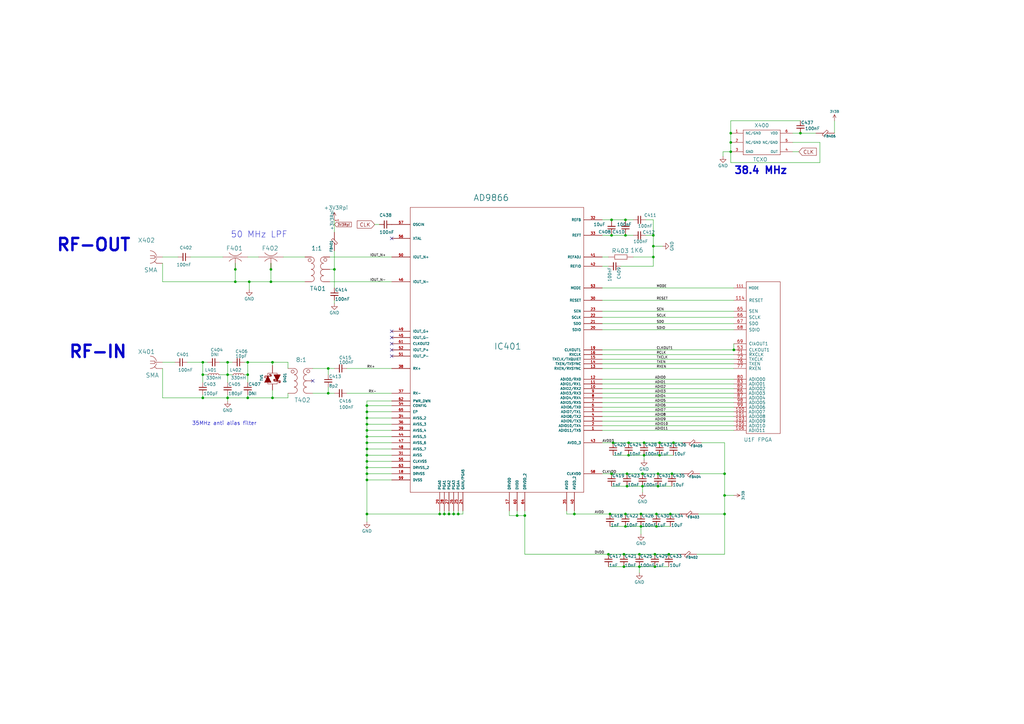
<source format=kicad_sch>
(kicad_sch (version 20231120) (generator "eeschema") (generator_version "8.0")
  (paper "A3")
  (title_block (date "2021-04-21") (rev "beta5") (company "AppMind") (comment 1 "PA3GSB"))
  (junction (at 187.96 210.82))
  (junction (at 150.495 168.91))
  (junction (at 93.345 163.195))
  (junction (at 256.54 210.82))
  (junction (at 102.235 115.57))
  (junction (at 150.495 196.85))
  (junction (at 297.18 203.2))
  (junction (at 180.34 210.82))
  (junction (at 137.16 110.49))
  (junction (at 150.495 184.15))
  (junction (at 150.495 189.23))
  (junction (at 101.6 153.67))
  (junction (at 249.555 227.33))
  (junction (at 184.15 210.82))
  (junction (at 267.97 100.965))
  (junction (at 274.955 210.82))
  (junction (at 83.185 153.67))
  (junction (at 300.99 143.51))
  (junction (at 250.825 90.17))
  (junction (at 299.72 58.42))
  (junction (at 182.245 210.82))
  (junction (at 101.6 148.59))
  (junction (at 268.605 227.33))
  (junction (at 150.495 186.69))
  (junction (at 256.54 96.52))
  (junction (at 150.495 210.82))
  (junction (at 255.905 232.41))
  (junction (at 328.295 54.61))
  (junction (at 83.185 163.195))
  (junction (at 150.495 176.53))
  (junction (at 262.255 227.33))
  (junction (at 134.62 161.29))
  (junction (at 150.495 191.77))
  (junction (at 299.72 62.23))
  (junction (at 257.81 181.61))
  (junction (at 111.125 110.49))
  (junction (at 256.54 215.9))
  (junction (at 250.19 210.82))
  (junction (at 111.76 163.195))
  (junction (at 83.185 148.59))
  (junction (at 275.59 194.31))
  (junction (at 111.76 148.59))
  (junction (at 93.345 148.59))
  (junction (at 111.125 115.57))
  (junction (at 150.495 173.99))
  (junction (at 276.225 181.61))
  (junction (at 264.16 181.61))
  (junction (at 270.51 186.69))
  (junction (at 250.825 194.31))
  (junction (at 250.825 96.52))
  (junction (at 257.175 199.39))
  (junction (at 150.495 181.61))
  (junction (at 150.495 166.37))
  (junction (at 262.89 210.82))
  (junction (at 150.495 171.45))
  (junction (at 269.875 194.31))
  (junction (at 269.24 210.82))
  (junction (at 297.18 194.31))
  (junction (at 134.62 151.13))
  (junction (at 150.495 179.07))
  (junction (at 299.72 54.61))
  (junction (at 256.54 90.17))
  (junction (at 263.525 199.39))
  (junction (at 263.525 194.31))
  (junction (at 267.97 96.52))
  (junction (at 274.32 227.33))
  (junction (at 257.175 194.31))
  (junction (at 212.09 211.455))
  (junction (at 101.6 163.195))
  (junction (at 255.905 227.33))
  (junction (at 257.81 186.69))
  (junction (at 268.605 232.41))
  (junction (at 96.52 115.57))
  (junction (at 150.495 194.31))
  (junction (at 267.97 105.41))
  (junction (at 297.18 210.82))
  (junction (at 269.875 199.39))
  (junction (at 186.055 210.82))
  (junction (at 262.89 215.9))
  (junction (at 215.265 211.455))
  (junction (at 269.24 215.9))
  (junction (at 235.585 210.82))
  (junction (at 270.51 181.61))
  (junction (at 264.16 186.69))
  (junction (at 93.345 153.67))
  (junction (at 96.52 110.49))
  (junction (at 262.255 232.41))
  (junction (at 251.46 181.61))
  (no_connect (at 128.27 156.21))
  (no_connect (at 160.655 143.51))
  (no_connect (at 160.655 140.97))
  (no_connect (at 160.655 135.89))
  (no_connect (at 160.655 138.43))
  (no_connect (at 160.655 146.05))
  (no_connect (at 160.655 97.79))
  (wire (pts (xy 76.835 148.59) (xy 83.185 148.59)))
  (wire (pts (xy 232.41 210.82) (xy 232.41 209.55)))
  (wire (pts (xy 150.495 181.61) (xy 150.495 184.15)))
  (wire (pts (xy 235.585 210.82) (xy 250.19 210.82)))
  (wire (pts (xy 150.495 210.82) (xy 180.34 210.82)))
  (wire (pts (xy 256.54 95.885) (xy 256.54 96.52)))
  (wire (pts (xy 93.345 148.59) (xy 93.345 153.67)))
  (wire (pts (xy 257.81 181.61) (xy 264.16 181.61)))
  (wire (pts (xy 247.015 194.31) (xy 250.825 194.31)))
  (wire (pts (xy 247.015 90.17) (xy 250.825 90.17)))
  (wire (pts (xy 118.11 163.195) (xy 118.11 161.29)))
  (wire (pts (xy 268.605 227.33) (xy 274.32 227.33)))
  (wire (pts (xy 247.015 157.48) (xy 300.99 157.48)))
  (wire (pts (xy 83.185 161.925) (xy 83.185 163.195)))
  (wire (pts (xy 160.655 164.465) (xy 150.495 164.465)))
  (wire (pts (xy 250.825 90.17) (xy 256.54 90.17)))
  (wire (pts (xy 264.795 96.52) (xy 267.97 96.52)))
  (wire (pts (xy 118.11 148.59) (xy 118.11 151.13)))
  (wire (pts (xy 267.97 100.965) (xy 267.97 105.41)))
  (wire (pts (xy 250.825 96.52) (xy 256.54 96.52)))
  (wire (pts (xy 134.62 161.29) (xy 137.16 161.29)))
  (wire (pts (xy 137.16 90.297) (xy 137.16 95.25)))
  (wire (pts (xy 150.495 176.53) (xy 150.495 179.07)))
  (wire (pts (xy 269.875 194.31) (xy 275.59 194.31)))
  (wire (pts (xy 101.6 163.195) (xy 101.6 161.925)))
  (wire (pts (xy 150.495 181.61) (xy 160.655 181.61)))
  (wire (pts (xy 247.015 163.195) (xy 300.99 163.195)))
  (wire (pts (xy 93.345 148.59) (xy 95.25 148.59)))
  (wire (pts (xy 137.16 123.19) (xy 137.16 124.46)))
  (wire (pts (xy 249.555 227.33) (xy 255.905 227.33)))
  (wire (pts (xy 215.265 227.33) (xy 249.555 227.33)))
  (wire (pts (xy 90.17 153.67) (xy 93.345 153.67)))
  (wire (pts (xy 93.345 161.925) (xy 93.345 163.195)))
  (wire (pts (xy 111.76 148.59) (xy 118.11 148.59)))
  (wire (pts (xy 247.015 168.91) (xy 300.99 168.91)))
  (wire (pts (xy 267.97 109.22) (xy 254.635 109.22)))
  (wire (pts (xy 150.495 189.23) (xy 160.655 189.23)))
  (wire (pts (xy 269.24 210.82) (xy 274.955 210.82)))
  (wire (pts (xy 66.675 163.195) (xy 66.675 151.13)))
  (wire (pts (xy 247.015 159.385) (xy 300.99 159.385)))
  (wire (pts (xy 299.72 54.61) (xy 299.72 58.42)))
  (wire (pts (xy 150.495 184.15) (xy 160.655 184.15)))
  (wire (pts (xy 102.235 118.745) (xy 102.235 115.57)))
  (wire (pts (xy 116.205 105.41) (xy 125.095 105.41)))
  (wire (pts (xy 93.345 163.195) (xy 101.6 163.195)))
  (wire (pts (xy 255.905 227.33) (xy 262.255 227.33)))
  (wire (pts (xy 111.76 163.195) (xy 111.76 160.02)))
  (wire (pts (xy 101.6 163.195) (xy 111.76 163.195)))
  (wire (pts (xy 247.015 143.51) (xy 300.99 143.51)))
  (wire (pts (xy 257.81 186.69) (xy 264.16 186.69)))
  (wire (pts (xy 150.495 168.91) (xy 160.655 168.91)))
  (wire (pts (xy 268.605 232.41) (xy 274.32 232.41)))
  (wire (pts (xy 111.76 148.59) (xy 111.76 149.86)))
  (wire (pts (xy 102.235 115.57) (xy 111.125 115.57)))
  (wire (pts (xy 250.19 215.9) (xy 256.54 215.9)))
  (wire (pts (xy 186.055 210.82) (xy 187.96 210.82)))
  (wire (pts (xy 247.015 123.19) (xy 300.99 123.19)))
  (wire (pts (xy 150.495 166.37) (xy 150.495 168.91)))
  (wire (pts (xy 135.255 105.41) (xy 160.655 105.41)))
  (wire (pts (xy 297.18 194.31) (xy 297.18 203.2)))
  (wire (pts (xy 150.495 173.99) (xy 150.495 176.53)))
  (wire (pts (xy 150.495 171.45) (xy 150.495 173.99)))
  (wire (pts (xy 264.16 188.595) (xy 264.16 186.69)))
  (wire (pts (xy 212.09 211.455) (xy 215.265 211.455)))
  (wire (pts (xy 232.41 210.82) (xy 235.585 210.82)))
  (wire (pts (xy 150.495 196.85) (xy 150.495 210.82)))
  (wire (pts (xy 247.015 181.61) (xy 251.46 181.61)))
  (wire (pts (xy 83.185 148.59) (xy 83.185 153.67)))
  (wire (pts (xy 255.905 232.41) (xy 262.255 232.41)))
  (wire (pts (xy 250.825 90.805) (xy 250.825 90.17)))
  (wire (pts (xy 247.015 161.29) (xy 300.99 161.29)))
  (wire (pts (xy 142.24 161.29) (xy 160.655 161.29)))
  (wire (pts (xy 270.51 186.69) (xy 276.225 186.69)))
  (wire (pts (xy 150.495 186.69) (xy 150.495 189.23)))
  (wire (pts (xy 247.015 155.575) (xy 300.99 155.575)))
  (wire (pts (xy 259.715 105.41) (xy 267.97 105.41)))
  (wire (pts (xy 247.015 132.715) (xy 300.99 132.715)))
  (wire (pts (xy 212.09 209.55) (xy 212.09 211.455)))
  (wire (pts (xy 111.125 115.57) (xy 125.095 115.57)))
  (wire (pts (xy 264.16 181.61) (xy 270.51 181.61)))
  (wire (pts (xy 299.72 49.53) (xy 328.295 49.53)))
  (wire (pts (xy 299.72 62.23) (xy 299.72 66.675)))
  (wire (pts (xy 247.015 147.32) (xy 300.99 147.32)))
  (wire (pts (xy 251.46 181.61) (xy 257.81 181.61)))
  (wire (pts (xy 150.495 179.07) (xy 150.495 181.61)))
  (wire (pts (xy 247.015 109.22) (xy 249.555 109.22)))
  (wire (pts (xy 256.54 90.17) (xy 259.715 90.17)))
  (wire (pts (xy 264.16 186.69) (xy 270.51 186.69)))
  (wire (pts (xy 189.865 210.82) (xy 189.865 209.55)))
  (wire (pts (xy 90.17 148.59) (xy 93.345 148.59)))
  (wire (pts (xy 66.675 148.59) (xy 71.755 148.59)))
  (wire (pts (xy 83.185 148.59) (xy 85.09 148.59)))
  (wire (pts (xy 187.96 209.55) (xy 187.96 210.82)))
  (wire (pts (xy 187.96 210.82) (xy 189.865 210.82)))
  (wire (pts (xy 342.265 54.61) (xy 342.265 49.53)))
  (wire (pts (xy 96.52 107.95) (xy 96.52 110.49)))
  (wire (pts (xy 235.585 210.82) (xy 235.585 209.55)))
  (wire (pts (xy 250.825 199.39) (xy 257.175 199.39)))
  (wire (pts (xy 297.18 203.2) (xy 300.99 203.2)))
  (wire (pts (xy 299.72 66.675) (xy 336.296 66.675)))
  (wire (pts (xy 263.525 199.39) (xy 269.875 199.39)))
  (wire (pts (xy 208.915 211.455) (xy 212.09 211.455)))
  (wire (pts (xy 250.19 210.82) (xy 256.54 210.82)))
  (wire (pts (xy 150.495 179.07) (xy 160.655 179.07)))
  (wire (pts (xy 247.015 145.415) (xy 300.99 145.415)))
  (wire (pts (xy 247.015 167.005) (xy 300.99 167.005)))
  (wire (pts (xy 262.255 232.41) (xy 268.605 232.41)))
  (wire (pts (xy 135.255 110.49) (xy 137.16 110.49)))
  (wire (pts (xy 93.345 153.67) (xy 95.25 153.67)))
  (wire (pts (xy 256.54 210.82) (xy 262.89 210.82)))
  (wire (pts (xy 150.495 186.69) (xy 160.655 186.69)))
  (wire (pts (xy 150.495 189.23) (xy 150.495 191.77)))
  (wire (pts (xy 142.24 151.13) (xy 160.655 151.13)))
  (wire (pts (xy 262.89 210.82) (xy 269.24 210.82)))
  (wire (pts (xy 137.16 102.87) (xy 137.16 110.49)))
  (wire (pts (xy 208.915 209.55) (xy 208.915 211.455)))
  (wire (pts (xy 150.495 194.31) (xy 160.655 194.31)))
  (wire (pts (xy 247.015 130.175) (xy 300.99 130.175)))
  (wire (pts (xy 150.495 171.45) (xy 160.655 171.45)))
  (wire (pts (xy 186.055 209.55) (xy 186.055 210.82)))
  (wire (pts (xy 256.54 90.805) (xy 256.54 90.17)))
  (wire (pts (xy 250.825 194.31) (xy 257.175 194.31)))
  (wire (pts (xy 215.265 209.55) (xy 215.265 211.455)))
  (wire (pts (xy 262.89 215.9) (xy 269.24 215.9)))
  (wire (pts (xy 78.105 105.41) (xy 91.44 105.41)))
  (wire (pts (xy 150.495 191.77) (xy 160.655 191.77)))
  (wire (pts (xy 83.185 153.67) (xy 83.185 156.845)))
  (wire (pts (xy 247.015 176.53) (xy 300.99 176.53)))
  (wire (pts (xy 66.675 115.57) (xy 96.52 115.57)))
  (wire (pts (xy 150.495 176.53) (xy 160.655 176.53)))
  (wire (pts (xy 297.18 181.61) (xy 297.18 194.31)))
  (wire (pts (xy 287.655 181.61) (xy 297.18 181.61)))
  (wire (pts (xy 66.675 105.41) (xy 73.025 105.41)))
  (wire (pts (xy 256.54 96.52) (xy 259.715 96.52)))
  (wire (pts (xy 267.97 96.52) (xy 267.97 100.965)))
  (wire (pts (xy 180.34 209.55) (xy 180.34 210.82)))
  (wire (pts (xy 215.265 211.455) (xy 215.265 227.33)))
  (wire (pts (xy 111.76 163.195) (xy 118.11 163.195)))
  (wire (pts (xy 247.015 174.625) (xy 300.99 174.625)))
  (wire (pts (xy 297.18 227.33) (xy 285.75 227.33)))
  (wire (pts (xy 111.125 110.49) (xy 111.125 115.57)))
  (wire (pts (xy 296.545 64.135) (xy 296.545 62.23)))
  (wire (pts (xy 100.33 148.59) (xy 101.6 148.59)))
  (wire (pts (xy 251.46 186.69) (xy 257.81 186.69)))
  (wire (pts (xy 247.015 149.225) (xy 300.99 149.225)))
  (wire (pts (xy 267.97 105.41) (xy 267.97 109.22)))
  (wire (pts (xy 325.12 58.42) (xy 336.296 58.42)))
  (wire (pts (xy 250.825 95.885) (xy 250.825 96.52)))
  (wire (pts (xy 336.296 58.42) (xy 336.296 66.675)))
  (wire (pts (xy 274.32 227.33) (xy 278.13 227.33)))
  (wire (pts (xy 184.15 209.55) (xy 184.15 210.82)))
  (wire (pts (xy 135.255 115.57) (xy 160.655 115.57)))
  (wire (pts (xy 269.24 215.9) (xy 274.955 215.9)))
  (wire (pts (xy 262.89 215.9) (xy 262.89 219.075)))
  (wire (pts (xy 182.245 209.55) (xy 182.245 210.82)))
  (wire (pts (xy 247.015 170.815) (xy 300.99 170.815)))
  (wire (pts (xy 263.525 194.31) (xy 269.875 194.31)))
  (wire (pts (xy 247.015 172.72) (xy 300.99 172.72)))
  (wire (pts (xy 150.495 173.99) (xy 160.655 173.99)))
  (wire (pts (xy 134.62 151.13) (xy 137.16 151.13)))
  (wire (pts (xy 150.495 191.77) (xy 150.495 194.31)))
  (wire (pts (xy 134.62 153.67) (xy 134.62 151.13)))
  (wire (pts (xy 150.495 184.15) (xy 150.495 186.69)))
  (wire (pts (xy 247.015 135.255) (xy 300.99 135.255)))
  (wire (pts (xy 274.955 210.82) (xy 278.765 210.82)))
  (wire (pts (xy 247.015 151.13) (xy 300.99 151.13)))
  (wire (pts (xy 150.495 196.85) (xy 160.655 196.85)))
  (wire (pts (xy 150.495 210.82) (xy 150.495 213.995)))
  (wire (pts (xy 262.255 232.41) (xy 262.255 234.95)))
  (wire (pts (xy 297.18 203.2) (xy 297.18 210.82)))
  (wire (pts (xy 263.525 199.39) (xy 263.525 201.93)))
  (wire (pts (xy 247.015 165.1) (xy 300.99 165.1)))
  (wire (pts (xy 93.345 163.195) (xy 93.345 164.465)))
  (wire (pts (xy 299.72 58.42) (xy 299.72 62.23)))
  (wire (pts (xy 262.255 227.33) (xy 268.605 227.33)))
  (wire (pts (xy 267.97 100.965) (xy 271.78 100.965)))
  (wire (pts (xy 137.16 110.49) (xy 137.16 118.11)))
  (wire (pts (xy 301.625 143.51) (xy 300.99 143.51)))
  (wire (pts (xy 247.015 96.52) (xy 250.825 96.52)))
  (wire (pts (xy 299.72 49.53) (xy 299.72 54.61)))
  (wire (pts (xy 100.33 153.67) (xy 101.6 153.67)))
  (wire (pts (xy 267.97 90.17) (xy 267.97 96.52)))
  (wire (pts (xy 247.015 127.635) (xy 300.99 127.635)))
  (wire (pts (xy 111.125 107.95) (xy 111.125 110.49)))
  (wire (pts (xy 66.675 163.195) (xy 83.185 163.195)))
  (wire (pts (xy 96.52 115.57) (xy 102.235 115.57)))
  (wire (pts (xy 296.545 62.23) (xy 299.72 62.23)))
  (wire (pts (xy 269.875 199.39) (xy 275.59 199.39)))
  (wire (pts (xy 257.175 194.31) (xy 263.525 194.31)))
  (wire (pts (xy 96.52 110.49) (xy 96.52 115.57)))
  (wire (pts (xy 101.6 105.41) (xy 106.045 105.41)))
  (wire (pts (xy 66.675 115.57) (xy 66.675 107.95)))
  (wire (pts (xy 101.6 148.59) (xy 111.76 148.59)))
  (wire (pts (xy 270.51 181.61) (xy 276.225 181.61)))
  (wire (pts (xy 153.67 92.075) (xy 155.575 92.075)))
  (wire (pts (xy 328.295 54.61) (xy 334.645 54.61)))
  (wire (pts (xy 275.59 194.31) (xy 279.4 194.31)))
  (wire (pts (xy 128.27 151.13) (xy 134.62 151.13)))
  (wire (pts (xy 150.495 168.91) (xy 150.495 171.45)))
  (wire (pts (xy 160.655 166.37) (xy 150.495 166.37)))
  (wire (pts (xy 93.345 153.67) (xy 93.345 156.845)))
  (wire (pts (xy 180.34 210.82) (xy 182.245 210.82)))
  (wire (pts (xy 325.12 54.61) (xy 328.295 54.61)))
  (wire (pts (xy 85.09 153.67) (xy 83.185 153.67)))
  (wire (pts (xy 297.18 210.82) (xy 297.18 227.33)))
  (wire (pts (xy 247.015 105.41) (xy 249.555 105.41)))
  (wire (pts (xy 134.62 158.75) (xy 134.62 161.29)))
  (wire (pts (xy 182.245 210.82) (xy 184.15 210.82)))
  (wire (pts (xy 247.015 118.11) (xy 300.99 118.11)))
  (wire (pts (xy 325.12 62.23) (xy 327.66 62.23)))
  (wire (pts (xy 256.54 215.9) (xy 262.89 215.9)))
  (wire (pts (xy 101.6 153.67) (xy 101.6 156.845)))
  (wire (pts (xy 264.795 90.17) (xy 267.97 90.17)))
  (wire (pts (xy 300.99 143.51) (xy 300.99 140.97)))
  (wire (pts (xy 286.385 210.82) (xy 297.18 210.82)))
  (wire (pts (xy 287.02 194.31) (xy 297.18 194.31)))
  (wire (pts (xy 128.27 161.29) (xy 134.62 161.29)))
  (wire (pts (xy 101.6 148.59) (xy 101.6 153.67)))
  (wire (pts (xy 184.15 210.82) (xy 186.055 210.82)))
  (wire (pts (xy 150.495 164.465) (xy 150.495 166.37)))
  (wire (pts (xy 249.555 232.41) (xy 255.905 232.41)))
  (wire (pts (xy 276.225 181.61) (xy 280.035 181.61)))
  (wire (pts (xy 83.185 163.195) (xy 93.345 163.195)))
  (wire (pts (xy 257.175 199.39) (xy 263.525 199.39)))
  (wire (pts (xy 150.495 194.31) (xy 150.495 196.85)))
  (text "38.4 MHz" (at 300.99 71.755 0) (effects (font (size 2.9972 2.9972) (thickness 0.5994) (bold yes)) (justify left bottom)))
  (text "35MHz anti alias filter" (at 78.74 174.625 0) (effects (font (size 1.524 1.524)) (justify left bottom)))
  (text "50 MHz LPF" (at 94.615 97.79 0) (effects (font (size 2.54 2.54)) (justify left bottom)))
  (text "RF-IN" (at 27.94 147.32 0) (effects (font (size 5.0038 5.0038) (thickness 1.0008) (bold yes)) (justify left bottom)))
  (text "RF-OUT" (at 22.86 103.505 0) (effects (font (size 5.0038 5.0038) (thickness 1.0008) (bold yes)) (justify left bottom)))
  (label "MODE" (at 269.24 118.11 0) (effects (font (size 0.9906 0.9906))))
  (label "RXEN" (at 269.24 151.13 0) (effects (font (size 0.9906 0.9906))))
  (label "AVDD3" (at 247.015 181.61 0) (effects (font (size 0.9906 0.9906))))
  (label "ADIO4" (at 268.605 163.195 0) (effects (font (size 0.9906 0.9906))))
  (label "ADIO1" (at 268.605 157.48 0) (effects (font (size 0.9906 0.9906))))
  (label "ADIO3" (at 268.605 161.29 0) (effects (font (size 0.9906 0.9906))))
  (label "IOUT_N+" (at 151.765 105.41 0) (effects (font (size 0.9906 0.9906))))
  (label "ADIO9" (at 268.605 172.72 0) (effects (font (size 0.9906 0.9906))))
  (label "ADIO5" (at 268.605 165.1 0) (effects (font (size 0.9906 0.9906))))
  (label "ADIO6" (at 268.605 167.005 0) (effects (font (size 0.9906 0.9906))))
  (label "RESET" (at 269.24 123.19 0) (effects (font (size 0.9906 0.9906))))
  (label "IOUT_N-" (at 151.765 115.57 0) (effects (font (size 0.9906 0.9906))))
  (label "RCLK" (at 269.24 145.415 0) (effects (font (size 0.9906 0.9906))))
  (label "SDO" (at 269.24 132.715 0) (effects (font (size 0.9906 0.9906))))
  (label "SCLK" (at 269.24 130.175 0) (effects (font (size 0.9906 0.9906))))
  (label "CLKOUT1" (at 269.24 143.51 0) (effects (font (size 0.9906 0.9906))))
  (label "TXCLK" (at 269.24 147.32 0) (effects (font (size 0.9906 0.9906))))
  (label "RX-" (at 151.13 161.29 0) (effects (font (size 0.9906 0.9906))))
  (label "ADIO11" (at 268.605 176.53 0) (effects (font (size 0.9906 0.9906))))
  (label "ADIO8" (at 268.605 170.815 0) (effects (font (size 0.9906 0.9906))))
  (label "TXEN" (at 269.24 149.225 0) (effects (font (size 0.9906 0.9906))))
  (label "AVDD" (at 243.84 210.82 0) (effects (font (size 0.9906 0.9906))))
  (label "RX+" (at 150.495 151.13 0) (effects (font (size 0.9906 0.9906))))
  (label "SEN" (at 269.24 127.635 0) (effects (font (size 0.9906 0.9906))))
  (label "DVDD" (at 243.84 227.33 0) (effects (font (size 0.9906 0.9906))))
  (label "CLKVDD" (at 247.015 194.31 0) (effects (font (size 0.9906 0.9906))))
  (label "ADIO10" (at 268.605 174.625 0) (effects (font (size 0.9906 0.9906))))
  (label "ADIO2" (at 268.605 159.385 0) (effects (font (size 0.9906 0.9906))))
  (label "ADIO7" (at 268.605 168.91 0) (effects (font (size 0.9906 0.9906))))
  (label "SDIO" (at 269.24 135.255 0) (effects (font (size 0.9906 0.9906))))
  (label "ADIO0" (at 268.605 155.575 0) (effects (font (size 0.9906 0.9906))))
  (global_label "CLK" (shape input) (at 153.67 92.075 180) (effects (font (size 1.524 1.524))) (property "Intersheetrefs" "${INTERSHEET_REFS}" (effects (hide yes))))
  (global_label "CLK" (shape input) (at 327.66 62.23 0) (effects (font (size 1.524 1.524))) (property "Intersheetrefs" "${INTERSHEET_REFS}" (effects (hide yes))))
  (global_label "3V3Rpi" (shape input) (at 137.16 92.075 0) (effects (font (size 0.9906 0.9906))) (property "Intersheetrefs" "${INTERSHEET_REFS}" (effects (hide yes))))
  (symbol (lib_id "Radioberry:MURATA-FILTER_NFM21C") (at 96.52 105.41 0) (unit 1)
    (property "Reference" "F401" (at 92.71 102.87 0) (effects (font (size 1.778 1.778)) (justify left bottom)))
    (property "Value" "50Mhz" (effects (hide yes)))
    (property "Footprint" "+VU2UPX_FOOTPRINT:MURATA-FILTER_NFM21C" (effects (hide yes)))
  )
  (symbol (lib_id "Radioberry:MURATA-FILTER_NFM21C") (at 111.125 105.41 0) (unit 1)
    (property "Reference" "F402" (at 107.315 102.87 0) (effects (font (size 1.778 1.778)) (justify left bottom)))
    (property "Value" "50Mhz" (effects (hide yes)))
    (property "Footprint" "+VU2UPX_FOOTPRINT:MURATA-FILTER_NFM21C" (effects (hide yes)))
  )
  (symbol (lib_id "Radioberry:AD9866_AD9866") (at 206.375 133.35 0) (mirror y) (unit 1)
    (property "Reference" "IC401" (at 213.995 143.51 0) (effects (font (size 2.54 2.54)) (justify left bottom)))
    (property "Value" "AD9866" (at 208.8896 82.55 0) (effects (font (size 2.54 2.54)) (justify left bottom)))
    (property "Footprint" "hermeslite:AD9866" (effects (hide yes)))
  )
  (symbol (lib_id "Radioberry:RCL_R-EU_R0805") (at 254.635 105.41 0) (unit 1)
    (property "Reference" "R403" (at 250.825 103.9114 0) (effects (font (size 1.778 1.778)) (justify left bottom)))
    (property "Value" "1K6" (at 258.445 103.6574 0) (effects (font (size 1.778 1.778)) (justify left bottom)))
    (property "Footprint" "+VU2UPX_FOOTPRINT:R_0603_1608Metric_Pad0.98x0.95mm_HandSolder" (effects (hide yes)))
  )
  (symbol (lib_id "Radioberry:PA3GSB_T1-1TDIL") (at 130.175 110.49 0) (unit 1)
    (property "Reference" "T401" (at 127 119.38 0) (effects (font (size 1.778 1.778)) (justify left bottom)))
    (property "Value" "1:1" (at 127.635 102.87 0) (effects (font (size 1.778 1.778)) (justify left bottom)))
    (property "Footprint" "+VU2UPX_FOOTPRINT:TR1-1" (effects (hide yes)))
  )
  (symbol (lib_id "Radioberry:CON-COAX_BU-SMA-H") (at 64.135 105.41 0) (unit 1)
    (property "Reference" "X402" (at 56.515 99.568 0) (effects (font (size 1.778 1.778)) (justify left bottom)))
    (property "Value" "SMA" (at 59.055 111.76 0) (effects (font (size 1.778 1.778)) (justify left bottom)))
    (property "Footprint" "Radioberry:CON-COAX_BU-SMA-H" (effects (hide yes)))
  )
  (symbol (lib_id "Radioberry:FPGA") (at 304.8 177.8 0) (unit 6)
    (property "Reference" "U1" (at 307.34 180.34 0) (effects (font (size 1.524 1.524))))
    (property "Value" "FPGA" (at 313.69 180.34 0) (effects (font (size 1.524 1.524))))
    (property "Footprint" "hermeslite:CYCLONE10LP" (effects (hide yes)))
  )
  (symbol (lib_id "hermeslite:DIODESCH2") (at 111.76 154.94 270) (unit 1)
    (property "Reference" "D401" (at 116.84 154.94 0) (effects (font (size 1.016 1.016))))
    (property "Value" "TVS" (at 107.315 154.94 0) (effects (font (size 1.016 1.016))))
    (property "Footprint" "+VU2UPX_FOOTPRINT:SOD323" (effects (hide yes)))
  )
  (symbol (lib_id "Radioberry:CON-COAX_BU-SMA-H") (at 64.135 148.59 0) (unit 1)
    (property "Reference" "X401" (at 56.515 145.288 0) (effects (font (size 1.778 1.778)) (justify left bottom)))
    (property "Value" "SMA" (at 59.69 154.94 0) (effects (font (size 1.778 1.778)) (justify left bottom)))
    (property "Footprint" "Radioberry:CON-COAX_BU-SMA-H" (effects (hide yes)))
  )
  (symbol (lib_id "Radioberry:PA3GSB_T1-1TDIL") (at 123.19 156.21 0) (unit 1)
    (property "Reference" "T402" (at 120.6754 165.1 0) (effects (font (size 1.778 1.778)) (justify left bottom)))
    (property "Value" "8:1" (at 121.285 148.59 0) (effects (font (size 1.778 1.778)) (justify left bottom)))
    (property "Footprint" "+VU2UPX_FOOTPRINT:TR1-1" (effects (hide yes)))
  )
  (symbol (lib_id "hermeslite:C_Small") (at 134.62 156.21 0) (unit 1)
    (property "Reference" "C413" (at 134.874 154.432 0) (effects (justify left)))
    (property "Value" "8p2" (at 134.874 158.242 0) (effects (justify left)))
    (property "Footprint" "+VU2UPX_FOOTPRINT:C_0603_1608Metric_Pad1.08x0.95mm_HandSolder" (effects (hide yes)))
    (property "Option" "RXLPF" (effects (hide yes)))
  )
  (symbol (lib_id "hermeslite:C_Small") (at 139.7 151.13 270) (unit 1)
    (property "Reference" "C415" (at 139.065 146.685 90) (effects (justify left)))
    (property "Value" "100nF" (at 139.065 148.59 90) (effects (justify left)))
    (property "Footprint" "+VU2UPX_FOOTPRINT:C_0603_1608Metric_Pad1.08x0.95mm_HandSolder" (effects (hide yes)))
  )
  (symbol (lib_id "hermeslite:C_Small") (at 139.7 161.29 270) (unit 1)
    (property "Reference" "C416" (at 139.065 164.465 90) (effects (justify left)))
    (property "Value" "100nF" (at 139.065 167.005 90) (effects (justify left)))
    (property "Footprint" "+VU2UPX_FOOTPRINT:C_0603_1608Metric_Pad1.08x0.95mm_HandSolder" (effects (hide yes)))
  )
  (symbol (lib_id "hermeslite:GND") (at 93.345 164.465 0) (unit 1)
    (property "Reference" "#PWR057" (effects (hide yes)))
    (property "Value" "GND" (at 93.345 168.275 0))
  )
  (symbol (lib_id "hermeslite:C_Small") (at 75.565 105.41 270) (unit 1)
    (property "Reference" "C402" (at 73.66 101.6 90) (effects (justify left)))
    (property "Value" "100nF" (at 72.39 108.585 90) (effects (justify left)))
    (property "Footprint" "+VU2UPX_FOOTPRINT:C_0603_1608Metric_Pad1.08x0.95mm_HandSolder" (effects (hide yes)))
  )
  (symbol (lib_id "hermeslite:GND") (at 150.495 213.995 0) (unit 1)
    (property "Reference" "#PWR047" (effects (hide yes)))
    (property "Value" "GND" (at 150.495 217.805 0))
  )
  (symbol (lib_id "hermeslite:FB") (at 137.16 99.06 270) (unit 1)
    (property "Reference" "FB401" (at 135.89 100.965 0) (effects (font (size 0.9906 0.9906))))
    (property "Value" "FB" (effects (hide yes)))
    (property "Footprint" "+VU2UPX_FOOTPRINT:VU2UPX_0603_HandSolder" (effects (hide yes)))
  )
  (symbol (lib_id "hermeslite:C_Small") (at 137.16 120.65 0) (unit 1)
    (property "Reference" "C414" (at 137.414 118.872 0) (effects (justify left)))
    (property "Value" "100nF" (at 137.414 122.682 0) (effects (justify left)))
    (property "Footprint" "+VU2UPX_FOOTPRINT:C_0603_1608Metric_Pad1.08x0.95mm_HandSolder" (effects (hide yes)))
  )
  (symbol (lib_id "hermeslite:GND") (at 137.16 124.46 0) (unit 1)
    (property "Reference" "#PWR058" (effects (hide yes)))
    (property "Value" "GND" (at 137.16 128.27 0))
  )
  (symbol (lib_id "hermeslite:C_Small") (at 262.255 96.52 270) (unit 1)
    (property "Reference" "C412" (at 263.525 95.25 90) (effects (justify left)))
    (property "Value" "100nF" (at 259.715 99.06 90) (effects (justify left)))
    (property "Footprint" "+VU2UPX_FOOTPRINT:C_0603_1608Metric_Pad1.08x0.95mm_HandSolder" (effects (hide yes)))
  )
  (symbol (lib_id "hermeslite:C_Small") (at 262.255 90.17 270) (unit 1)
    (property "Reference" "C411" (at 264.16 88.265 90) (effects (justify left)))
    (property "Value" "100nF" (at 261.62 92.71 90) (effects (justify left)))
    (property "Footprint" "+VU2UPX_FOOTPRINT:C_0603_1608Metric_Pad1.08x0.95mm_HandSolder" (effects (hide yes)))
  )
  (symbol (lib_id "hermeslite:C_Small") (at 252.095 109.22 270) (unit 1)
    (property "Reference" "C409" (at 253.873 109.474 0) (effects (justify left)))
    (property "Value" "100nF" (at 250.063 109.474 0) (effects (justify left)))
    (property "Footprint" "+VU2UPX_FOOTPRINT:C_0603_1608Metric_Pad1.08x0.95mm_HandSolder" (effects (hide yes)))
  )
  (symbol (lib_id "hermeslite:C_Small") (at 256.54 93.345 180) (unit 1)
    (property "Reference" "C410" (at 256.286 95.123 0) (effects (justify left)))
    (property "Value" "100nF" (at 259.08 92.075 0) (effects (justify left)))
    (property "Footprint" "+VU2UPX_FOOTPRINT:C_0603_1608Metric_Pad1.08x0.95mm_HandSolder" (effects (hide yes)))
  )
  (symbol (lib_id "hermeslite:C_Small") (at 250.825 93.345 180) (unit 1)
    (property "Reference" "C408" (at 250.571 95.123 0) (effects (justify left)))
    (property "Value" "10uF" (at 248.285 92.075 0) (effects (justify left)))
    (property "Footprint" "Capacitor_SMD:C_1206_3216Metric_Pad1.33x1.80mm_HandSolder" (effects (hide yes)))
  )
  (symbol (lib_id "hermeslite:GND") (at 271.78 100.965 90) (unit 1)
    (property "Reference" "#PWR048" (effects (hide yes)))
    (property "Value" "GND" (at 275.59 100.965 0))
  )
  (symbol (lib_id "Radioberry:+3V3Rpi") (at 137.16 90.297 0) (unit 1)
    (property "Reference" "#PWR059" (effects (hide yes)))
    (property "Value" "+3V3Rpi" (at 137.795 85.217 0) (effects (font (size 1.524 1.524))))
    (instances (project "" (path "" (reference "#PWR057") (unit 1)) (path "" (reference "#PWR059") (unit 1))))
  )
  (symbol (lib_id "hermeslite:GND") (at 102.235 118.745 0) (unit 1)
    (property "Reference" "#PWR049" (effects (hide yes)))
    (property "Value" "GND" (at 102.235 122.555 0))
  )
  (symbol (lib_id "Radioberry:TCXO") (at 312.42 58.42 0) (unit 1)
    (property "Reference" "X400" (at 312.42 51.435 0) (effects (font (size 1.524 1.524))))
    (property "Value" "TCXO" (at 311.785 65.405 0) (effects (font (size 1.524 1.524))))
    (property "Footprint" "+VU2UPX_FOOTPRINT:TCXO" (effects (hide yes)))
  )
  (symbol (lib_id "hermeslite:FB") (at 338.455 54.61 0) (unit 1)
    (property "Reference" "FB406" (at 340.36 55.88 0) (effects (font (size 0.9906 0.9906))))
    (property "Value" "FB" (effects (hide yes)))
    (property "Footprint" "+VU2UPX_FOOTPRINT:VU2UPX_0603_HandSolder" (effects (hide yes)))
  )
  (symbol (lib_id "hermeslite:C_Small") (at 328.295 52.07 0) (unit 1)
    (property "Reference" "C437" (at 328.549 50.292 0) (effects (justify left)))
    (property "Value" "100nF" (at 330.2 52.705 0) (effects (justify left)))
    (property "Footprint" "+VU2UPX_FOOTPRINT:C_0603_1608Metric_Pad1.08x0.95mm_HandSolder" (effects (hide yes)))
  )
  (symbol (lib_id "hermeslite:3V3B") (at 342.265 49.53 0) (unit 1)
    (property "Reference" "#PWR050" (effects (hide yes)))
    (property "Value" "3V3B" (at 342.265 45.72 0) (effects (font (size 0.9906 0.9906))))
  )
  (symbol (lib_id "hermeslite:GND") (at 296.545 64.135 0) (unit 1)
    (property "Reference" "#PWR051" (effects (hide yes)))
    (property "Value" "GND" (at 296.545 67.945 0))
  )
  (symbol (lib_id "hermeslite:C_Small") (at 251.46 184.15 0) (unit 1)
    (property "Reference" "C420" (at 251.714 182.372 0) (effects (justify left)))
    (property "Value" "1nF" (at 251.714 186.182 0) (effects (justify left)))
    (property "Footprint" "+VU2UPX_FOOTPRINT:C_0603_1608Metric_Pad1.08x0.95mm_HandSolder" (effects (hide yes)))
  )
  (symbol (lib_id "hermeslite:C_Small") (at 257.81 184.15 0) (unit 1)
    (property "Reference" "C424" (at 258.064 182.372 0) (effects (justify left)))
    (property "Value" "10nF" (at 258.064 186.182 0) (effects (justify left)))
    (property "Footprint" "+VU2UPX_FOOTPRINT:C_0603_1608Metric_Pad1.08x0.95mm_HandSolder" (effects (hide yes)))
  )
  (symbol (lib_id "hermeslite:C_Small") (at 264.16 184.15 0) (unit 1)
    (property "Reference" "C428" (at 264.414 182.372 0) (effects (justify left)))
    (property "Value" "100nF" (at 264.414 186.182 0) (effects (justify left)))
    (property "Footprint" "+VU2UPX_FOOTPRINT:C_0603_1608Metric_Pad1.08x0.95mm_HandSolder" (effects (hide yes)))
  )
  (symbol (lib_id "hermeslite:C_Small") (at 270.51 184.15 0) (unit 1)
    (property "Reference" "C432" (at 270.764 182.372 0) (effects (justify left)))
    (property "Value" "1uF" (at 270.764 186.182 0) (effects (justify left)))
    (property "Footprint" "+VU2UPX_FOOTPRINT:C_0603_1608Metric_Pad1.08x0.95mm_HandSolder" (effects (hide yes)))
  )
  (symbol (lib_id "hermeslite:C_Small") (at 276.225 184.15 0) (unit 1)
    (property "Reference" "C436" (at 276.479 182.372 0) (effects (justify left)))
    (property "Value" "10uF" (at 276.479 186.182 0) (effects (justify left)))
    (property "Footprint" "+VU2UPX_FOOTPRINT:C_0603_1608Metric_Pad1.08x0.95mm_HandSolder" (effects (hide yes)))
  )
  (symbol (lib_id "hermeslite:FB") (at 283.845 181.61 0) (unit 1)
    (property "Reference" "FB405" (at 285.75 182.88 0) (effects (font (size 0.9906 0.9906))))
    (property "Value" "FB" (effects (hide yes)))
    (property "Footprint" "+VU2UPX_FOOTPRINT:VU2UPX_0603_HandSolder" (effects (hide yes)))
  )
  (symbol (lib_id "hermeslite:GND") (at 264.16 188.595 0) (unit 1)
    (property "Reference" "#PWR052" (effects (hide yes)))
    (property "Value" "GND" (at 264.16 192.405 0))
  )
  (symbol (lib_id "hermeslite:C_Small") (at 250.825 196.85 0) (unit 1)
    (property "Reference" "C419" (at 251.079 195.072 0) (effects (justify left)))
    (property "Value" "1nF" (at 251.079 198.882 0) (effects (justify left)))
    (property "Footprint" "+VU2UPX_FOOTPRINT:C_0603_1608Metric_Pad1.08x0.95mm_HandSolder" (effects (hide yes)))
  )
  (symbol (lib_id "hermeslite:C_Small") (at 257.175 196.85 0) (unit 1)
    (property "Reference" "C423" (at 257.429 195.072 0) (effects (justify left)))
    (property "Value" "10nF" (at 257.429 198.882 0) (effects (justify left)))
    (property "Footprint" "+VU2UPX_FOOTPRINT:C_0603_1608Metric_Pad1.08x0.95mm_HandSolder" (effects (hide yes)))
  )
  (symbol (lib_id "hermeslite:C_Small") (at 263.525 196.85 0) (unit 1)
    (property "Reference" "C427" (at 263.779 195.072 0) (effects (justify left)))
    (property "Value" "100nF" (at 263.779 198.882 0) (effects (justify left)))
    (property "Footprint" "+VU2UPX_FOOTPRINT:C_0603_1608Metric_Pad1.08x0.95mm_HandSolder" (effects (hide yes)))
  )
  (symbol (lib_id "hermeslite:C_Small") (at 269.875 196.85 0) (unit 1)
    (property "Reference" "C431" (at 270.129 195.072 0) (effects (justify left)))
    (property "Value" "1uF" (at 270.129 198.882 0) (effects (justify left)))
    (property "Footprint" "+VU2UPX_FOOTPRINT:C_0603_1608Metric_Pad1.08x0.95mm_HandSolder" (effects (hide yes)))
  )
  (symbol (lib_id "hermeslite:C_Small") (at 275.59 196.85 0) (unit 1)
    (property "Reference" "C435" (at 275.844 195.072 0) (effects (justify left)))
    (property "Value" "10uF" (at 275.844 198.882 0) (effects (justify left)))
    (property "Footprint" "+VU2UPX_FOOTPRINT:C_0603_1608Metric_Pad1.08x0.95mm_HandSolder" (effects (hide yes)))
  )
  (symbol (lib_id "hermeslite:FB") (at 283.21 194.31 0) (unit 1)
    (property "Reference" "FB404" (at 285.115 195.58 0) (effects (font (size 0.9906 0.9906))))
    (property "Value" "FB" (effects (hide yes)))
    (property "Footprint" "+VU2UPX_FOOTPRINT:VU2UPX_0603_HandSolder" (effects (hide yes)))
  )
  (symbol (lib_id "hermeslite:GND") (at 263.525 201.93 0) (unit 1)
    (property "Reference" "#PWR053" (effects (hide yes)))
    (property "Value" "GND" (at 263.525 205.74 0))
  )
  (symbol (lib_id "hermeslite:C_Small") (at 249.555 229.87 0) (unit 1)
    (property "Reference" "C417" (at 249.809 228.092 0) (effects (justify left)))
    (property "Value" "1nF" (at 249.809 231.902 0) (effects (justify left)))
    (property "Footprint" "+VU2UPX_FOOTPRINT:C_0603_1608Metric_Pad1.08x0.95mm_HandSolder" (effects (hide yes)))
  )
  (symbol (lib_id "hermeslite:C_Small") (at 255.905 229.87 0) (unit 1)
    (property "Reference" "C421" (at 256.159 228.092 0) (effects (justify left)))
    (property "Value" "10nF" (at 256.159 231.902 0) (effects (justify left)))
    (property "Footprint" "+VU2UPX_FOOTPRINT:C_0603_1608Metric_Pad1.08x0.95mm_HandSolder" (effects (hide yes)))
  )
  (symbol (lib_id "hermeslite:C_Small") (at 262.255 229.87 0) (unit 1)
    (property "Reference" "C425" (at 262.509 228.092 0) (effects (justify left)))
    (property "Value" "100nF" (at 262.509 231.902 0) (effects (justify left)))
    (property "Footprint" "+VU2UPX_FOOTPRINT:C_0603_1608Metric_Pad1.08x0.95mm_HandSolder" (effects (hide yes)))
  )
  (symbol (lib_id "hermeslite:C_Small") (at 268.605 229.87 0) (unit 1)
    (property "Reference" "C429" (at 268.859 228.092 0) (effects (justify left)))
    (property "Value" "1uF" (at 268.859 231.902 0) (effects (justify left)))
    (property "Footprint" "+VU2UPX_FOOTPRINT:C_0603_1608Metric_Pad1.08x0.95mm_HandSolder" (effects (hide yes)))
  )
  (symbol (lib_id "hermeslite:C_Small") (at 274.32 229.87 0) (unit 1)
    (property "Reference" "C433" (at 274.574 228.092 0) (effects (justify left)))
    (property "Value" "10uF" (at 274.574 231.902 0) (effects (justify left)))
    (property "Footprint" "+VU2UPX_FOOTPRINT:C_0603_1608Metric_Pad1.08x0.95mm_HandSolder" (effects (hide yes)))
  )
  (symbol (lib_id "hermeslite:FB") (at 281.94 227.33 0) (unit 1)
    (property "Reference" "FB402" (at 283.845 228.6 0) (effects (font (size 0.9906 0.9906))))
    (property "Value" "FB" (effects (hide yes)))
    (property "Footprint" "+VU2UPX_FOOTPRINT:VU2UPX_0603_HandSolder" (effects (hide yes)))
  )
  (symbol (lib_id "hermeslite:GND") (at 262.255 234.95 0) (unit 1)
    (property "Reference" "#PWR054" (effects (hide yes)))
    (property "Value" "GND" (at 262.255 238.76 0))
  )
  (symbol (lib_id "hermeslite:C_Small") (at 250.19 213.36 0) (unit 1)
    (property "Reference" "C418" (at 250.444 211.582 0) (effects (justify left)))
    (property "Value" "1nF" (at 250.444 215.392 0) (effects (justify left)))
    (property "Footprint" "+VU2UPX_FOOTPRINT:C_0603_1608Metric_Pad1.08x0.95mm_HandSolder" (effects (hide yes)))
  )
  (symbol (lib_id "hermeslite:C_Small") (at 256.54 213.36 0) (unit 1)
    (property "Reference" "C422" (at 256.794 211.582 0) (effects (justify left)))
    (property "Value" "10nF" (at 256.794 215.392 0) (effects (justify left)))
    (property "Footprint" "+VU2UPX_FOOTPRINT:C_0603_1608Metric_Pad1.08x0.95mm_HandSolder" (effects (hide yes)))
  )
  (symbol (lib_id "hermeslite:C_Small") (at 262.89 213.36 0) (unit 1)
    (property "Reference" "C426" (at 263.144 211.582 0) (effects (justify left)))
    (property "Value" "100nF" (at 263.144 215.392 0) (effects (justify left)))
    (property "Footprint" "+VU2UPX_FOOTPRINT:C_0603_1608Metric_Pad1.08x0.95mm_HandSolder" (effects (hide yes)))
  )
  (symbol (lib_id "hermeslite:C_Small") (at 269.24 213.36 0) (unit 1)
    (property "Reference" "C430" (at 269.494 211.582 0) (effects (justify left)))
    (property "Value" "1uF" (at 269.494 215.392 0) (effects (justify left)))
    (property "Footprint" "+VU2UPX_FOOTPRINT:C_0603_1608Metric_Pad1.08x0.95mm_HandSolder" (effects (hide yes)))
  )
  (symbol (lib_id "hermeslite:C_Small") (at 274.955 213.36 0) (unit 1)
    (property "Reference" "C434" (at 275.209 211.582 0) (effects (justify left)))
    (property "Value" "10uF" (at 275.209 215.392 0) (effects (justify left)))
    (property "Footprint" "+VU2UPX_FOOTPRINT:C_0603_1608Metric_Pad1.08x0.95mm_HandSolder" (effects (hide yes)))
  )
  (symbol (lib_id "hermeslite:FB") (at 282.575 210.82 0) (unit 1)
    (property "Reference" "FB403" (at 284.48 212.09 0) (effects (font (size 0.9906 0.9906))))
    (property "Value" "FB" (effects (hide yes)))
    (property "Footprint" "+VU2UPX_FOOTPRINT:VU2UPX_0603_HandSolder" (effects (hide yes)))
  )
  (symbol (lib_id "hermeslite:GND") (at 262.89 219.075 0) (unit 1)
    (property "Reference" "#PWR055" (effects (hide yes)))
    (property "Value" "GND" (at 262.89 222.885 0))
  )
  (symbol (lib_id "hermeslite:3V3B") (at 300.99 203.2 270) (unit 1)
    (property "Reference" "#PWR056" (effects (hide yes)))
    (property "Value" "3V3B" (at 304.8 203.2 0) (effects (font (size 0.9906 0.9906))))
  )
  (symbol (lib_id "hermeslite:C_Small") (at 74.295 148.59 270) (unit 1)
    (property "Reference" "C401" (at 72.39 145.415 90) (effects (justify left)))
    (property "Value" "100nF" (at 73.025 151.765 90) (effects (justify left)))
    (property "Footprint" "+VU2UPX_FOOTPRINT:C_0603_1608Metric_Pad1.08x0.95mm_HandSolder" (effects (hide yes)))
  )
  (symbol (lib_id "hermeslite:C_Small") (at 83.185 159.385 0) (unit 1)
    (property "Reference" "C403" (at 83.439 157.607 0) (effects (justify left)))
    (property "Value" "100pF" (at 83.439 161.417 0) (effects (justify left)))
    (property "Footprint" "+VU2UPX_FOOTPRINT:C_0805_2012Metric_Pad1.18x1.45mm_HandSolder" (effects (hide yes)))
  )
  (symbol (lib_id "hermeslite:C_Small") (at 93.345 159.385 0) (unit 1)
    (property "Reference" "C405" (at 93.599 157.607 0) (effects (justify left)))
    (property "Value" "180pF" (at 93.599 161.417 0) (effects (justify left)))
    (property "Footprint" "+VU2UPX_FOOTPRINT:C_0805_2012Metric_Pad1.18x1.45mm_HandSolder" (effects (hide yes)))
  )
  (symbol (lib_id "hermeslite:C_Small") (at 101.6 159.385 0) (unit 1)
    (property "Reference" "C407" (at 101.854 157.607 0) (effects (justify left)))
    (property "Value" "DNI" (at 101.854 161.417 0) (effects (justify left)))
    (property "Footprint" "+VU2UPX_FOOTPRINT:C_0805_2012Metric_Pad1.18x1.45mm_HandSolder" (effects (hide yes)))
    (property "Option" "GENERIC" (effects (hide yes)))
    (property "Key" "C 10pF" (effects (hide yes)))
  )
  (symbol (lib_id "hermeslite:C_Small") (at 87.63 148.59 270) (unit 1)
    (property "Reference" "C404" (at 86.36 143.51 90) (effects (justify left)))
    (property "Value" "DNI" (at 86.36 145.415 90) (effects (justify left)))
    (property "Footprint" "+VU2UPX_FOOTPRINT:C_0805_2012Metric_Pad1.18x1.45mm_HandSolder" (effects (hide yes)))
    (property "Option" "GENERIC" (effects (hide yes)))
    (property "Key" "C10 pF" (effects (hide yes)))
  )
  (symbol (lib_id "hermeslite:C_Small") (at 97.79 148.59 270) (unit 1)
    (property "Reference" "C406" (at 96.52 144.145 90) (effects (justify left)))
    (property "Value" "10pF" (at 96.52 146.05 90) (effects (justify left)))
    (property "Footprint" "+VU2UPX_FOOTPRINT:C_0805_2012Metric_Pad1.18x1.45mm_HandSolder" (effects (hide yes)))
  )
  (symbol (lib_id "hermeslite:L_Small") (at 87.63 153.67 90) (unit 1)
    (property "Reference" "L401" (at 88.9 151.765 90) (effects (justify left)))
    (property "Value" "330nH" (at 90.805 154.94 90) (effects (justify left)))
    (property "Footprint" "+VU2UPX_FOOTPRINT:VU2UPX_0805__HandSolder" (effects (hide yes)))
  )
  (symbol (lib_id "hermeslite:L_Small") (at 97.79 153.67 90) (unit 1)
    (property "Reference" "L402" (at 99.06 151.765 90) (effects (justify left)))
    (property "Value" "330nH" (at 100.965 154.94 90) (effects (justify left)))
    (property "Footprint" "+VU2UPX_FOOTPRINT:VU2UPX_0805__HandSolder" (effects (hide yes)))
  )
  (symbol (lib_id "hermeslite:C_Small") (at 158.115 92.075 270) (unit 1)
    (property "Reference" "C438" (at 155.575 88.265 90) (effects (justify left)))
    (property "Value" "100nF" (at 155.575 95.25 90) (effects (justify left)))
    (property "Footprint" "+VU2UPX_FOOTPRINT:C_0603_1608Metric_Pad1.08x0.95mm_HandSolder" (effects (hide yes)))
  )
)
</source>
